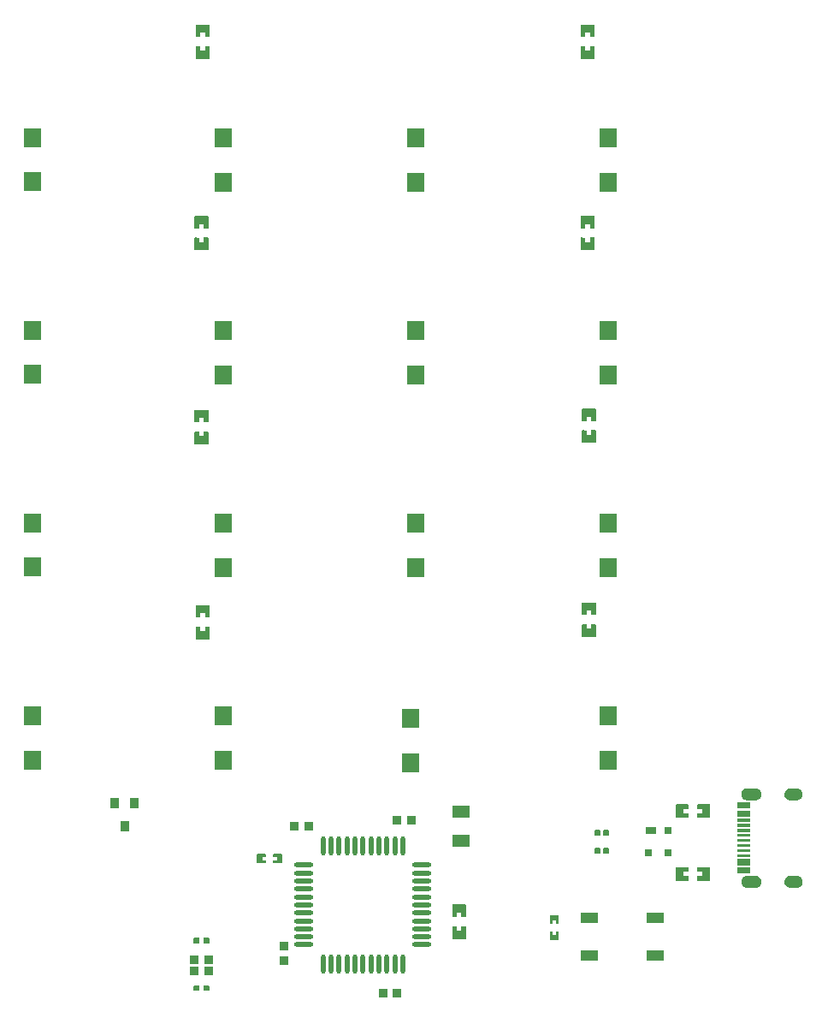
<source format=gbp>
G04 Layer: BottomPasteMaskLayer*
G04 EasyEDA v6.5.42, 2024-04-23 01:25:34*
G04 37435acb23be492c925ee77293ce4e4e,2f8dee597c2d402b932a0ab9ce23454b,10*
G04 Gerber Generator version 0.2*
G04 Scale: 100 percent, Rotated: No, Reflected: No *
G04 Dimensions in millimeters *
G04 leading zeros omitted , absolute positions ,4 integer and 5 decimal *
%FSLAX45Y45*%
%MOMM*%

%AMMACRO1*21,1,$1,$2,0,0,$3*%
%ADD10MACRO1,0.8001X0.9002X-90.0000*%
%ADD11MACRO1,0.7998X0.9002X0.0000*%
%ADD12MACRO1,0.8001X0.9002X0.0000*%
%ADD13MACRO1,1.7998X1.7X90.0000*%
%ADD14MACRO1,1.8001X1.7X90.0000*%
%ADD15MACRO1,1.8001X1.6998X90.0000*%
%ADD16MACRO1,1.7998X1.6998X90.0000*%
%ADD17O,1.8952718000000002X0.440944*%
%ADD18O,0.440944X1.8952718000000002*%
%ADD19MACRO1,0.9002X0.7998X0.0000*%
%ADD20MACRO1,0.8999X0.7998X0.0000*%
%ADD21MACRO1,1.1902X1.7282X90.0000*%
%ADD22MACRO1,1.7X1X0.0000*%
%ADD23MACRO1,1.1001X0.7X0.0000*%
%ADD24MACRO1,0.5999X0.7X0.0000*%
%ADD25MACRO1,0.5999X0.6998X0.0000*%
%ADD26MACRO1,1X0.8001X-90.0000*%
%ADD27C,0.0196*%

%LPD*%
G36*
X7193280Y-8532317D02*
G01*
X7193280Y-8592312D01*
X7323277Y-8592312D01*
X7323277Y-8532317D01*
G37*
G36*
X7193280Y-8152282D02*
G01*
X7193280Y-8182305D01*
X7323277Y-8182305D01*
X7323277Y-8152282D01*
G37*
G36*
X7193280Y-7892288D02*
G01*
X7193280Y-7952282D01*
X7323277Y-7952282D01*
X7323277Y-7892288D01*
G37*
G36*
X7193280Y-8252307D02*
G01*
X7193280Y-8282279D01*
X7323277Y-8282279D01*
X7323277Y-8252307D01*
G37*
G36*
X7193280Y-8402320D02*
G01*
X7193280Y-8432292D01*
X7323277Y-8432292D01*
X7323277Y-8402320D01*
G37*
G36*
X7193280Y-8102295D02*
G01*
X7193280Y-8132318D01*
X7323277Y-8132318D01*
X7323277Y-8102295D01*
G37*
G36*
X7193280Y-8352281D02*
G01*
X7193280Y-8382253D01*
X7323277Y-8382253D01*
X7323277Y-8352281D01*
G37*
G36*
X7193280Y-8302294D02*
G01*
X7193280Y-8332317D01*
X7323277Y-8332317D01*
X7323277Y-8302294D01*
G37*
G36*
X7193280Y-8052308D02*
G01*
X7193280Y-8082280D01*
X7323277Y-8082280D01*
X7323277Y-8052308D01*
G37*
G36*
X7193280Y-8202320D02*
G01*
X7193280Y-8232292D01*
X7323277Y-8232292D01*
X7323277Y-8202320D01*
G37*
G36*
X7193280Y-7972298D02*
G01*
X7193280Y-8032292D01*
X7323277Y-8032292D01*
X7323277Y-7972298D01*
G37*
G36*
X7295134Y-7749794D02*
G01*
X7289139Y-7750098D01*
X7283246Y-7750962D01*
X7277455Y-7752435D01*
X7271816Y-7754518D01*
X7266431Y-7757109D01*
X7261301Y-7760208D01*
X7256576Y-7763814D01*
X7252157Y-7767878D01*
X7248194Y-7772400D01*
X7244740Y-7777225D01*
X7241743Y-7782407D01*
X7239253Y-7787843D01*
X7237374Y-7793532D01*
X7236053Y-7799374D01*
X7235291Y-7805318D01*
X7235139Y-7811262D01*
X7235596Y-7817256D01*
X7236612Y-7823149D01*
X7238238Y-7828889D01*
X7240422Y-7834477D01*
X7243165Y-7839811D01*
X7246416Y-7844790D01*
X7250125Y-7849463D01*
X7254290Y-7853781D01*
X7258913Y-7857591D01*
X7263841Y-7860995D01*
X7269073Y-7863840D01*
X7274610Y-7866176D01*
X7280300Y-7867954D01*
X7286193Y-7869123D01*
X7292136Y-7869732D01*
X7375144Y-7869783D01*
X7381087Y-7869478D01*
X7387031Y-7868615D01*
X7392822Y-7867142D01*
X7398410Y-7865059D01*
X7403795Y-7862468D01*
X7408925Y-7859369D01*
X7413701Y-7855762D01*
X7418070Y-7851698D01*
X7422032Y-7847177D01*
X7425537Y-7842351D01*
X7428534Y-7837170D01*
X7430973Y-7831734D01*
X7432852Y-7826044D01*
X7434224Y-7820202D01*
X7434935Y-7814259D01*
X7435088Y-7808315D01*
X7434681Y-7802321D01*
X7433614Y-7796428D01*
X7431989Y-7790688D01*
X7429804Y-7785100D01*
X7427061Y-7779766D01*
X7423861Y-7774787D01*
X7420102Y-7770114D01*
X7415936Y-7765796D01*
X7411364Y-7761935D01*
X7406386Y-7758582D01*
X7401153Y-7755737D01*
X7395667Y-7753400D01*
X7389926Y-7751622D01*
X7384084Y-7750454D01*
X7378090Y-7749844D01*
G37*
G36*
X7295134Y-8614816D02*
G01*
X7289139Y-8615121D01*
X7283246Y-8615984D01*
X7277455Y-8617458D01*
X7271816Y-8619540D01*
X7266431Y-8622131D01*
X7261301Y-8625230D01*
X7256576Y-8628837D01*
X7252157Y-8632901D01*
X7248194Y-8637422D01*
X7244740Y-8642248D01*
X7241743Y-8647430D01*
X7239253Y-8652865D01*
X7237374Y-8658555D01*
X7236053Y-8664397D01*
X7235291Y-8670340D01*
X7235139Y-8676284D01*
X7235596Y-8682278D01*
X7236612Y-8688171D01*
X7238238Y-8693912D01*
X7240422Y-8699500D01*
X7243165Y-8704834D01*
X7246416Y-8709812D01*
X7250125Y-8714486D01*
X7254290Y-8718804D01*
X7258913Y-8722664D01*
X7263841Y-8726017D01*
X7269073Y-8728862D01*
X7274610Y-8731199D01*
X7280300Y-8732977D01*
X7286193Y-8734145D01*
X7292136Y-8734755D01*
X7375144Y-8734806D01*
X7381087Y-8734501D01*
X7387031Y-8733637D01*
X7392822Y-8732164D01*
X7398410Y-8730081D01*
X7403795Y-8727490D01*
X7408925Y-8724392D01*
X7413701Y-8720785D01*
X7418070Y-8716721D01*
X7422032Y-8712200D01*
X7425537Y-8707374D01*
X7428534Y-8702192D01*
X7430973Y-8696756D01*
X7432852Y-8691067D01*
X7434224Y-8685225D01*
X7434935Y-8679281D01*
X7435088Y-8673338D01*
X7434681Y-8667343D01*
X7433614Y-8661450D01*
X7431989Y-8655710D01*
X7429804Y-8650122D01*
X7427061Y-8644788D01*
X7423861Y-8639810D01*
X7420102Y-8635136D01*
X7415936Y-8630818D01*
X7411364Y-8626957D01*
X7406386Y-8623604D01*
X7401153Y-8620760D01*
X7395667Y-8618423D01*
X7389926Y-8616645D01*
X7384084Y-8615476D01*
X7378090Y-8614867D01*
G37*
G36*
X7723124Y-7749794D02*
G01*
X7717129Y-7750098D01*
X7711236Y-7750962D01*
X7705445Y-7752435D01*
X7699806Y-7754518D01*
X7694422Y-7757109D01*
X7689291Y-7760208D01*
X7684566Y-7763814D01*
X7680147Y-7767878D01*
X7676184Y-7772400D01*
X7672730Y-7777225D01*
X7669733Y-7782407D01*
X7667244Y-7787843D01*
X7665364Y-7793532D01*
X7664043Y-7799374D01*
X7663281Y-7805318D01*
X7663129Y-7811262D01*
X7663586Y-7817256D01*
X7664602Y-7823149D01*
X7666228Y-7828889D01*
X7668412Y-7834477D01*
X7671155Y-7839811D01*
X7674406Y-7844790D01*
X7678115Y-7849463D01*
X7682280Y-7853781D01*
X7686903Y-7857591D01*
X7691831Y-7860995D01*
X7697063Y-7863840D01*
X7702600Y-7866176D01*
X7708290Y-7867954D01*
X7714183Y-7869123D01*
X7720126Y-7869732D01*
X7783118Y-7869783D01*
X7789062Y-7869478D01*
X7795006Y-7868615D01*
X7800797Y-7867142D01*
X7806436Y-7865059D01*
X7811820Y-7862468D01*
X7816900Y-7859369D01*
X7821675Y-7855762D01*
X7826044Y-7851698D01*
X7830007Y-7847177D01*
X7833512Y-7842351D01*
X7836509Y-7837170D01*
X7838948Y-7831734D01*
X7840878Y-7826044D01*
X7842199Y-7820202D01*
X7842961Y-7814259D01*
X7843113Y-7808315D01*
X7842656Y-7802321D01*
X7841589Y-7796428D01*
X7839964Y-7790688D01*
X7837779Y-7785100D01*
X7835087Y-7779766D01*
X7831836Y-7774787D01*
X7828076Y-7770114D01*
X7823911Y-7765796D01*
X7819339Y-7761935D01*
X7814411Y-7758582D01*
X7809128Y-7755737D01*
X7803642Y-7753400D01*
X7797901Y-7751622D01*
X7792059Y-7750454D01*
X7786116Y-7749844D01*
G37*
G36*
X7723124Y-8614816D02*
G01*
X7717129Y-8615121D01*
X7711236Y-8615984D01*
X7705445Y-8617458D01*
X7699806Y-8619540D01*
X7694422Y-8622131D01*
X7689291Y-8625230D01*
X7684566Y-8628837D01*
X7680147Y-8632901D01*
X7676184Y-8637422D01*
X7672730Y-8642248D01*
X7669733Y-8647430D01*
X7667244Y-8652865D01*
X7665364Y-8658555D01*
X7664043Y-8664397D01*
X7663281Y-8670340D01*
X7663129Y-8676284D01*
X7663586Y-8682278D01*
X7664602Y-8688171D01*
X7666228Y-8693912D01*
X7668412Y-8699500D01*
X7671155Y-8704834D01*
X7674406Y-8709812D01*
X7678115Y-8714486D01*
X7682280Y-8718804D01*
X7686903Y-8722664D01*
X7691831Y-8726017D01*
X7697063Y-8728862D01*
X7702600Y-8731199D01*
X7708290Y-8732977D01*
X7714183Y-8734145D01*
X7720126Y-8734755D01*
X7783118Y-8734806D01*
X7789062Y-8734501D01*
X7795006Y-8733637D01*
X7800797Y-8732164D01*
X7806436Y-8730081D01*
X7811820Y-8727490D01*
X7816900Y-8724392D01*
X7821675Y-8720785D01*
X7826044Y-8716721D01*
X7830007Y-8712200D01*
X7833512Y-8707374D01*
X7836509Y-8702192D01*
X7838948Y-8696756D01*
X7840878Y-8691067D01*
X7842199Y-8685225D01*
X7842961Y-8679281D01*
X7843113Y-8673338D01*
X7842656Y-8667343D01*
X7841589Y-8661450D01*
X7839964Y-8655710D01*
X7837779Y-8650122D01*
X7835087Y-8644788D01*
X7831836Y-8639810D01*
X7828076Y-8635136D01*
X7823911Y-8630818D01*
X7819339Y-8626957D01*
X7814411Y-8623604D01*
X7809128Y-8620760D01*
X7803642Y-8618423D01*
X7797901Y-8616645D01*
X7792059Y-8615476D01*
X7786116Y-8614867D01*
G37*
G36*
X7193280Y-8452307D02*
G01*
X7193280Y-8512302D01*
X7323277Y-8512302D01*
X7323277Y-8452307D01*
G37*
G36*
X1819300Y-9700717D02*
G01*
X1814322Y-9705695D01*
X1814322Y-9750704D01*
X1819300Y-9755682D01*
X1867306Y-9755682D01*
X1874316Y-9750704D01*
X1874316Y-9705695D01*
X1867306Y-9700717D01*
G37*
G36*
X1917293Y-9700717D02*
G01*
X1910283Y-9705695D01*
X1910283Y-9750704D01*
X1917293Y-9755682D01*
X1965299Y-9755682D01*
X1970278Y-9750704D01*
X1970278Y-9705695D01*
X1965299Y-9700717D01*
G37*
G36*
X1917293Y-9230817D02*
G01*
X1910283Y-9235795D01*
X1910283Y-9280804D01*
X1917293Y-9285782D01*
X1965299Y-9285782D01*
X1970278Y-9280804D01*
X1970278Y-9235795D01*
X1965299Y-9230817D01*
G37*
G36*
X1819300Y-9230817D02*
G01*
X1814322Y-9235795D01*
X1814322Y-9280804D01*
X1819300Y-9285782D01*
X1867306Y-9285782D01*
X1874316Y-9280804D01*
X1874316Y-9235795D01*
X1867306Y-9230817D01*
G37*
G36*
X4379010Y-8900312D02*
G01*
X4373981Y-8905290D01*
X4373981Y-9020302D01*
X4379010Y-9025280D01*
X4420006Y-9025788D01*
X4420006Y-8980779D01*
X4465015Y-8980779D01*
X4465015Y-9024823D01*
X4506976Y-9025280D01*
X4512005Y-9020302D01*
X4512005Y-8905290D01*
X4506976Y-8900312D01*
G37*
G36*
X4379010Y-9115298D02*
G01*
X4373981Y-9120276D01*
X4373981Y-9235287D01*
X4379010Y-9240316D01*
X4506976Y-9240316D01*
X4512005Y-9235287D01*
X4512005Y-9120276D01*
X4506976Y-9115298D01*
X4465015Y-9115298D01*
X4465015Y-9159798D01*
X4420006Y-9159798D01*
X4420006Y-9115806D01*
G37*
G36*
X2445918Y-8400491D02*
G01*
X2440889Y-8405520D01*
X2440889Y-8485479D01*
X2445918Y-8490508D01*
X2525877Y-8490508D01*
X2530906Y-8485479D01*
X2530906Y-8461298D01*
X2493924Y-8461298D01*
X2493924Y-8428278D01*
X2530906Y-8428278D01*
X2530906Y-8405520D01*
X2525877Y-8400491D01*
G37*
G36*
X2605887Y-8400491D02*
G01*
X2600909Y-8405520D01*
X2600909Y-8428278D01*
X2638907Y-8428278D01*
X2638907Y-8461298D01*
X2600909Y-8461298D01*
X2600909Y-8485479D01*
X2605887Y-8490508D01*
X2684881Y-8490508D01*
X2689910Y-8485479D01*
X2689910Y-8405520D01*
X2684881Y-8400491D01*
G37*
G36*
X5787136Y-8164474D02*
G01*
X5783122Y-8168487D01*
X5783122Y-8214512D01*
X5787136Y-8218525D01*
X5837174Y-8218525D01*
X5841187Y-8214512D01*
X5841187Y-8168487D01*
X5837174Y-8164474D01*
G37*
G36*
X5872226Y-8164474D02*
G01*
X5868212Y-8168487D01*
X5868212Y-8214512D01*
X5872226Y-8218525D01*
X5922264Y-8218525D01*
X5926277Y-8214512D01*
X5926277Y-8168487D01*
X5922264Y-8164474D01*
G37*
G36*
X5787136Y-8342274D02*
G01*
X5783122Y-8346287D01*
X5783122Y-8392312D01*
X5787136Y-8396325D01*
X5837174Y-8396325D01*
X5841187Y-8392312D01*
X5841187Y-8346287D01*
X5837174Y-8342274D01*
G37*
G36*
X5872226Y-8342274D02*
G01*
X5868212Y-8346287D01*
X5868212Y-8392312D01*
X5872226Y-8396325D01*
X5922264Y-8396325D01*
X5926277Y-8392312D01*
X5926277Y-8346287D01*
X5922264Y-8342274D01*
G37*
G36*
X5344820Y-9165793D02*
G01*
X5339791Y-9170822D01*
X5339791Y-9250781D01*
X5344820Y-9255810D01*
X5424779Y-9255810D01*
X5429808Y-9250781D01*
X5429808Y-9170822D01*
X5424779Y-9165793D01*
X5400598Y-9165793D01*
X5400598Y-9202826D01*
X5367578Y-9202826D01*
X5367578Y-9165793D01*
G37*
G36*
X5344820Y-9006789D02*
G01*
X5339791Y-9011818D01*
X5339791Y-9090812D01*
X5344820Y-9095790D01*
X5367578Y-9095790D01*
X5367578Y-9057792D01*
X5400598Y-9057792D01*
X5400598Y-9095790D01*
X5424779Y-9095790D01*
X5429808Y-9090812D01*
X5429808Y-9011818D01*
X5424779Y-9006789D01*
G37*
G36*
X6591401Y-7906613D02*
G01*
X6586372Y-7911592D01*
X6586372Y-8039608D01*
X6591401Y-8044586D01*
X6706412Y-8044586D01*
X6711391Y-8039608D01*
X6711899Y-7998612D01*
X6666890Y-7998612D01*
X6666890Y-7953603D01*
X6710883Y-7953603D01*
X6711391Y-7911592D01*
X6706412Y-7906613D01*
G37*
G36*
X6806387Y-7906613D02*
G01*
X6801408Y-7911592D01*
X6801408Y-7953603D01*
X6845909Y-7953603D01*
X6845909Y-7998612D01*
X6801916Y-7998612D01*
X6801408Y-8039608D01*
X6806387Y-8044586D01*
X6921398Y-8044586D01*
X6926376Y-8039608D01*
X6926376Y-7911592D01*
X6921398Y-7906613D01*
G37*
G36*
X6591401Y-8528913D02*
G01*
X6586372Y-8533892D01*
X6586372Y-8661908D01*
X6591401Y-8666886D01*
X6706412Y-8666886D01*
X6711391Y-8661908D01*
X6711899Y-8620912D01*
X6666890Y-8620912D01*
X6666890Y-8575903D01*
X6710883Y-8575903D01*
X6711391Y-8533892D01*
X6706412Y-8528913D01*
G37*
G36*
X6806387Y-8528913D02*
G01*
X6801408Y-8533892D01*
X6801408Y-8575903D01*
X6845909Y-8575903D01*
X6845909Y-8620912D01*
X6801916Y-8620912D01*
X6801408Y-8661908D01*
X6806387Y-8666886D01*
X6921398Y-8666886D01*
X6926376Y-8661908D01*
X6926376Y-8533892D01*
X6921398Y-8528913D01*
G37*
G36*
X1840992Y-198272D02*
G01*
X1836013Y-203301D01*
X1836013Y-318312D01*
X1840992Y-323291D01*
X1881987Y-323799D01*
X1881987Y-278790D01*
X1926996Y-278790D01*
X1926996Y-322783D01*
X1969007Y-323291D01*
X1973986Y-318312D01*
X1973986Y-203301D01*
X1969007Y-198272D01*
G37*
G36*
X1840992Y-413308D02*
G01*
X1836013Y-418287D01*
X1836013Y-533298D01*
X1840992Y-538276D01*
X1969007Y-538276D01*
X1973986Y-533298D01*
X1973986Y-418287D01*
X1969007Y-413308D01*
X1926996Y-413308D01*
X1926996Y-457809D01*
X1881987Y-457809D01*
X1881987Y-413816D01*
G37*
G36*
X5650992Y-198272D02*
G01*
X5646013Y-203301D01*
X5646013Y-318312D01*
X5650992Y-323291D01*
X5691987Y-323799D01*
X5691987Y-278790D01*
X5736996Y-278790D01*
X5736996Y-322783D01*
X5779008Y-323291D01*
X5783986Y-318312D01*
X5783986Y-203301D01*
X5779008Y-198272D01*
G37*
G36*
X5650992Y-413308D02*
G01*
X5646013Y-418287D01*
X5646013Y-533298D01*
X5650992Y-538276D01*
X5779008Y-538276D01*
X5783986Y-533298D01*
X5783986Y-418287D01*
X5779008Y-413308D01*
X5736996Y-413308D01*
X5736996Y-457809D01*
X5691987Y-457809D01*
X5691987Y-413816D01*
G37*
G36*
X1828292Y-2090572D02*
G01*
X1823313Y-2095601D01*
X1823313Y-2210612D01*
X1828292Y-2215591D01*
X1869287Y-2216099D01*
X1869287Y-2171090D01*
X1914296Y-2171090D01*
X1914296Y-2215083D01*
X1956307Y-2215591D01*
X1961286Y-2210612D01*
X1961286Y-2095601D01*
X1956307Y-2090572D01*
G37*
G36*
X1828292Y-2305608D02*
G01*
X1823313Y-2310587D01*
X1823313Y-2425598D01*
X1828292Y-2430576D01*
X1956307Y-2430576D01*
X1961286Y-2425598D01*
X1961286Y-2310587D01*
X1956307Y-2305608D01*
X1914296Y-2305608D01*
X1914296Y-2350109D01*
X1869287Y-2350109D01*
X1869287Y-2306116D01*
G37*
G36*
X5650992Y-2090572D02*
G01*
X5646013Y-2095601D01*
X5646013Y-2210612D01*
X5650992Y-2215591D01*
X5691987Y-2216099D01*
X5691987Y-2171090D01*
X5736996Y-2171090D01*
X5736996Y-2215083D01*
X5779008Y-2215591D01*
X5783986Y-2210612D01*
X5783986Y-2095601D01*
X5779008Y-2090572D01*
G37*
G36*
X5650992Y-2305608D02*
G01*
X5646013Y-2310587D01*
X5646013Y-2425598D01*
X5650992Y-2430576D01*
X5779008Y-2430576D01*
X5783986Y-2425598D01*
X5783986Y-2310587D01*
X5779008Y-2305608D01*
X5736996Y-2305608D01*
X5736996Y-2350109D01*
X5691987Y-2350109D01*
X5691987Y-2306116D01*
G37*
G36*
X1828292Y-4008272D02*
G01*
X1823313Y-4013301D01*
X1823313Y-4128312D01*
X1828292Y-4133291D01*
X1869287Y-4133799D01*
X1869287Y-4088790D01*
X1914296Y-4088790D01*
X1914296Y-4132783D01*
X1956307Y-4133291D01*
X1961286Y-4128312D01*
X1961286Y-4013301D01*
X1956307Y-4008272D01*
G37*
G36*
X1828292Y-4223308D02*
G01*
X1823313Y-4228287D01*
X1823313Y-4343298D01*
X1828292Y-4348276D01*
X1956307Y-4348276D01*
X1961286Y-4343298D01*
X1961286Y-4228287D01*
X1956307Y-4223308D01*
X1914296Y-4223308D01*
X1914296Y-4267809D01*
X1869287Y-4267809D01*
X1869287Y-4223816D01*
G37*
G36*
X5663692Y-3995572D02*
G01*
X5658713Y-4000601D01*
X5658713Y-4115612D01*
X5663692Y-4120591D01*
X5704687Y-4121099D01*
X5704687Y-4076090D01*
X5749696Y-4076090D01*
X5749696Y-4120083D01*
X5791708Y-4120591D01*
X5796686Y-4115612D01*
X5796686Y-4000601D01*
X5791708Y-3995572D01*
G37*
G36*
X5663692Y-4210608D02*
G01*
X5658713Y-4215587D01*
X5658713Y-4330598D01*
X5663692Y-4335576D01*
X5791708Y-4335576D01*
X5796686Y-4330598D01*
X5796686Y-4215587D01*
X5791708Y-4210608D01*
X5749696Y-4210608D01*
X5749696Y-4255109D01*
X5704687Y-4255109D01*
X5704687Y-4211116D01*
G37*
G36*
X1840992Y-5938672D02*
G01*
X1836013Y-5943701D01*
X1836013Y-6058712D01*
X1840992Y-6063691D01*
X1881987Y-6064199D01*
X1881987Y-6019190D01*
X1926996Y-6019190D01*
X1926996Y-6063183D01*
X1969007Y-6063691D01*
X1973986Y-6058712D01*
X1973986Y-5943701D01*
X1969007Y-5938672D01*
G37*
G36*
X1840992Y-6153708D02*
G01*
X1836013Y-6158687D01*
X1836013Y-6273698D01*
X1840992Y-6278676D01*
X1969007Y-6278676D01*
X1973986Y-6273698D01*
X1973986Y-6158687D01*
X1969007Y-6153708D01*
X1926996Y-6153708D01*
X1926996Y-6198209D01*
X1881987Y-6198209D01*
X1881987Y-6154216D01*
G37*
G36*
X5663692Y-5913272D02*
G01*
X5658713Y-5918301D01*
X5658713Y-6033312D01*
X5663692Y-6038291D01*
X5704687Y-6038799D01*
X5704687Y-5993790D01*
X5749696Y-5993790D01*
X5749696Y-6037783D01*
X5791708Y-6038291D01*
X5796686Y-6033312D01*
X5796686Y-5918301D01*
X5791708Y-5913272D01*
G37*
G36*
X5663692Y-6128308D02*
G01*
X5658713Y-6133287D01*
X5658713Y-6248298D01*
X5663692Y-6253276D01*
X5791708Y-6253276D01*
X5796686Y-6248298D01*
X5796686Y-6133287D01*
X5791708Y-6128308D01*
X5749696Y-6128308D01*
X5749696Y-6172809D01*
X5704687Y-6172809D01*
X5704687Y-6128816D01*
G37*
D10*
G01*
X2705100Y-9455302D03*
G01*
X2705100Y-9315297D03*
D11*
G01*
X3687432Y-9780955D03*
D12*
G01*
X3827424Y-9780955D03*
D13*
G01*
X5918212Y-5127447D03*
D14*
G01*
X5918212Y-5565940D03*
G01*
X5918212Y-3222459D03*
G01*
X5918212Y-3660940D03*
G01*
X5918187Y-1317459D03*
D13*
G01*
X5918187Y-1755952D03*
D15*
G01*
X4013200Y-1317459D03*
G01*
X4013200Y-1755940D03*
D13*
G01*
X4013212Y-3222447D03*
D14*
G01*
X4013212Y-3660940D03*
G01*
X4013212Y-5127434D03*
G01*
X4013212Y-5565940D03*
D15*
G01*
X3962400Y-7057859D03*
G01*
X3962400Y-7496340D03*
D14*
G01*
X2108187Y-1317459D03*
G01*
X2108187Y-1755965D03*
D15*
G01*
X2108200Y-3222459D03*
D16*
G01*
X2108200Y-3660952D03*
D15*
G01*
X2108200Y-5127459D03*
G01*
X2108200Y-5565940D03*
D16*
G01*
X2108200Y-7033463D03*
D15*
G01*
X2108200Y-7471956D03*
D14*
G01*
X215887Y-1316469D03*
G01*
X215887Y-1754949D03*
D13*
G01*
X215887Y-3221456D03*
D14*
G01*
X215887Y-3659949D03*
G01*
X215887Y-5126443D03*
G01*
X215887Y-5564949D03*
G01*
X215887Y-7032459D03*
G01*
X215887Y-7470940D03*
D13*
G01*
X5918212Y-7033463D03*
D14*
G01*
X5918212Y-7471956D03*
D17*
G01*
X4075887Y-8510955D03*
G01*
X4075887Y-8589695D03*
G01*
X4075887Y-8668435D03*
G01*
X4075887Y-8747175D03*
G01*
X4075887Y-8825915D03*
G01*
X4075887Y-8904655D03*
G01*
X4075887Y-8983395D03*
G01*
X4075887Y-9062135D03*
G01*
X4075887Y-9140875D03*
G01*
X4075887Y-9219615D03*
G01*
X4075887Y-9298355D03*
D18*
G01*
X3884447Y-9489795D03*
G01*
X3805707Y-9489795D03*
G01*
X3726967Y-9489795D03*
G01*
X3648227Y-9489795D03*
G01*
X3569487Y-9489795D03*
G01*
X3490747Y-9489795D03*
G01*
X3412007Y-9489795D03*
G01*
X3333267Y-9489795D03*
G01*
X3254527Y-9489795D03*
G01*
X3175787Y-9489795D03*
G01*
X3097047Y-9489795D03*
D17*
G01*
X2905607Y-9298355D03*
G01*
X2905607Y-9219615D03*
G01*
X2905607Y-9140875D03*
G01*
X2905607Y-9062135D03*
G01*
X2905607Y-8983395D03*
G01*
X2905607Y-8904655D03*
G01*
X2905607Y-8825915D03*
G01*
X2905607Y-8747175D03*
G01*
X2905607Y-8668435D03*
G01*
X2905607Y-8589695D03*
G01*
X2905607Y-8510955D03*
D18*
G01*
X3097047Y-8319515D03*
G01*
X3175787Y-8319515D03*
G01*
X3254527Y-8319515D03*
G01*
X3333267Y-8319515D03*
G01*
X3412007Y-8319515D03*
G01*
X3490747Y-8319515D03*
G01*
X3569487Y-8319515D03*
G01*
X3648227Y-8319515D03*
G01*
X3726967Y-8319515D03*
G01*
X3805707Y-8319515D03*
G01*
X3884447Y-8319515D03*
D12*
G01*
X2952902Y-8128000D03*
G01*
X2812897Y-8128000D03*
D19*
G01*
X1962302Y-9444596D03*
G01*
X1962302Y-9554603D03*
D20*
G01*
X1822310Y-9554603D03*
G01*
X1822310Y-9444596D03*
D21*
G01*
X4457700Y-8272500D03*
G01*
X4457700Y-7983499D03*
D22*
G01*
X5727890Y-9405226D03*
G01*
X6387909Y-9405226D03*
G01*
X5727890Y-9035173D03*
G01*
X6387909Y-9035173D03*
D23*
G01*
X6338506Y-8170392D03*
D24*
G01*
X6508496Y-8170392D03*
D25*
G01*
X6508496Y-8390394D03*
G01*
X6318503Y-8390394D03*
D26*
G01*
X1225296Y-7898701D03*
G01*
X1130300Y-8128698D03*
G01*
X1035303Y-7898701D03*
D12*
G01*
X3828897Y-8064500D03*
G01*
X3968902Y-8064500D03*
M02*

</source>
